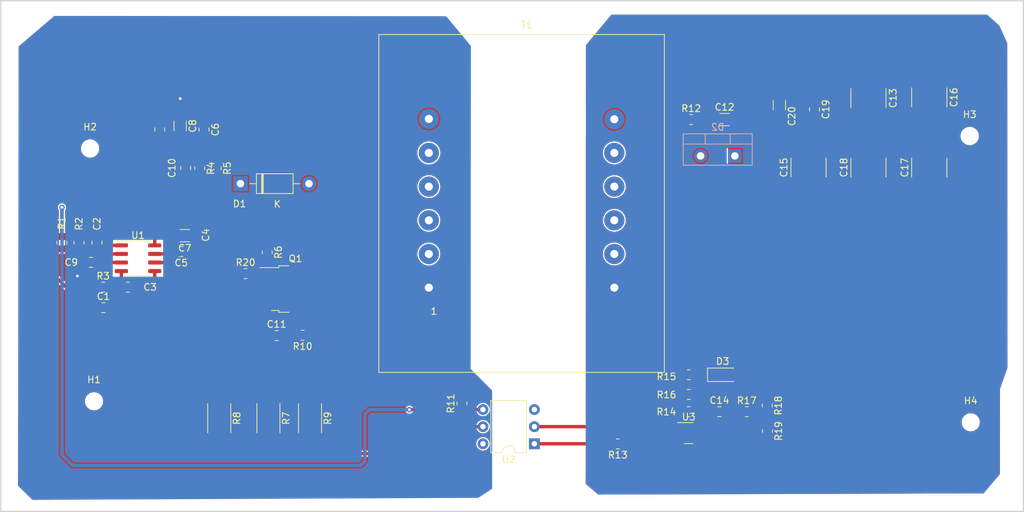
<source format=kicad_pcb>
(kicad_pcb (version 20211014) (generator pcbnew)
  (layers (0 "F.Cu" signal) (31 "B.Cu" signal) (34 "B.Paste" user) (35 "F.Paste" user) (36 "B.SilkS" user "B.Silkscreen") (37 "F.SilkS" user "F.Silkscreen") (38 "B.Mask" user) (39 "F.Mask" user) (44 "Edge.Cuts" user))
  (net 0 "")
  (net 1 "/Vref")
  (net 2 "GNDA")
  (net 3 "Net-(C2-Pad2)")
  (net 4 "Net-(C3-Pad1)")
  (net 5 "Net-(C9-Pad2)")
  (net 6 "Net-(C10-Pad2)")
  (net 7 "Net-(C11-Pad1)")
  (net 8 "Net-(C11-Pad2)")
  (net 9 "Net-(C12-Pad1)")
  (net 10 "/Vout")
  (net 11 "Net-(C14-Pad1)")
  (net 12 "Net-(C14-Pad2)")
  (net 13 "Net-(D1-Pad2)")
  (net 14 "Net-(D2-Pad2)")
  (net 15 "Net-(D3-Pad1)")
  (net 16 "Net-(Q1-Pad1)")
  (net 17 "/Vfb")
  (net 18 "Net-(R6-Pad1)")
  (net 19 "Net-(R13-Pad2)")
  (net 20 "Net-(R14-Pad1)")
  (net 21 "Net-(R17-Pad2)")
  (net 24 "Net-(C2-Pad1)")
  (net 25 "GND1")
  (net 26 "GND2")
  (net 27 "/Vin")
  (footprint "Capacitor_SMD:C_2220_5650Metric" (layer "F.Cu") (at 220.853 67.945 -90)
    (fp_text reference "C13" (at 0 -3.65 90) (layer "F.SilkS"))
    (fp_text value "10u")
    (fp_line (start -1.415748 -2.61) (end 1.415748 -2.61) (layer "F.SilkS") (width 0.12))
    (fp_line (start -1.415748 2.61) (end 1.415748 2.61) (layer "F.SilkS") (width 0.12))
    (pad "1" smd roundrect (at -2.55 0 270) (size 1.8 5.4) (layers "F.Cu" "F.Paste" "F.Mask") (roundrect_rratio 0.138889) (net 26 "GND2"))
    (pad "2" smd roundrect (at 2.55 0 270) (size 1.8 5.4) (layers "F.Cu" "F.Paste" "F.Mask") (roundrect_rratio 0.138889) (net 10 "/Vout"))
  )
  (footprint "Capacitor_SMD:C_1206_3216Metric" (layer "F.Cu") (at 199.517 71.12)
    (fp_text reference "C12" (at 0 -1.85) (layer "F.SilkS"))
    (fp_text value "470p")
    (fp_line (start -0.711252 0.91) (end 0.711252 0.91) (layer "F.SilkS") (width 0.12))
    (fp_line (start -0.711252 -0.91) (end 0.711252 -0.91) (layer "F.SilkS") (width 0.12))
    (pad "1" smd roundrect (at -1.475 0) (size 1.15 1.8) (layers "F.Cu" "F.Paste" "F.Mask") (roundrect_rratio 0.217391) (net 9 "Net-(C12-Pad1)"))
    (pad "2" smd roundrect (at 1.475 0) (size 1.15 1.8) (layers "F.Cu" "F.Paste" "F.Mask") (roundrect_rratio 0.217391) (net 10 "/Vout"))
  )
  (footprint "Capacitor_SMD:C_0805_2012Metric" (layer "F.Cu") (at 111.04725 95.993)
    (fp_text reference "C3" (at 3.28575 0) (layer "F.SilkS"))
    (fp_text value "2.2n")
    (fp_line (start -0.261252 -0.735) (end 0.261252 -0.735) (layer "F.SilkS") (width 0.12))
    (fp_line (start -0.261252 0.735) (end 0.261252 0.735) (layer "F.SilkS") (width 0.12))
    (pad "1" smd roundrect (at -0.95 0) (size 1 1.45) (layers "F.Cu" "F.Paste" "F.Mask") (net 4 "Net-(C3-Pad1)"))
    (pad "2" smd roundrect (at 0.95 0) (size 1 1.45) (layers "F.Cu" "F.Paste" "F.Mask") (net 25 "GND1"))
  )
  (footprint "MountingHole:MountingHole_2.2mm_M2" (layer "F.Cu") (at 105.4354 75.4126)
    (fp_text reference "H2" (at 0 -3.2) (layer "F.SilkS"))
    (fp_text value "MountingHole_Pad")
    (pad "" np_thru_hole circle (at 0 0) (size 2.2 2.2) (drill 2.2) (layers *.Cu *.Mask))
  )
  (footprint "Capacitor_SMD:C_1206_3216Metric" (layer "F.Cu") (at 118.7958 72.0598 -90)
    (fp_text reference "C8" (at 0 -1.85 90) (layer "F.SilkS"))
    (fp_text value "10n")
    (fp_line (start -0.711252 0.91) (end 0.711252 0.91) (layer "F.SilkS") (width 0.12))
    (fp_line (start -0.711252 -0.91) (end 0.711252 -0.91) (layer "F.SilkS") (width 0.12))
    (pad "1" smd roundrect (at -1.475 0 270) (size 1.15 1.8) (layers "F.Cu" "F.Paste" "F.Mask") (roundrect_rratio 0.217391) (net 25 "GND1"))
    (pad "2" smd roundrect (at 1.475 0 270) (size 1.15 1.8) (layers "F.Cu" "F.Paste" "F.Mask") (roundrect_rratio 0.217391) (net 27 "/Vin"))
  )
  (footprint "Resistor_SMD:R_0805_2012Metric" (layer "F.Cu") (at 131.699 90.804 -90)
    (fp_text reference "R6" (at 0 -1.65 90) (layer "F.SilkS"))
    (fp_text value "10")
    (fp_line (start -0.227064 -0.735) (end 0.227064 -0.735) (layer "F.SilkS") (width 0.12))
    (fp_line (start -0.227064 0.735) (end 0.227064 0.735) (layer "F.SilkS") (width 0.12))
    (pad "1" smd roundrect (at -0.9125 0 270) (size 1.025 1.4) (layers "F.Cu" "F.Paste" "F.Mask") (roundrect_rratio 0.243902) (net 18 "Net-(R6-Pad1)"))
    (pad "2" smd roundrect (at 0.9125 0 270) (size 1.025 1.4) (layers "F.Cu" "F.Paste" "F.Mask") (roundrect_rratio 0.243902) (net 16 "Net-(Q1-Pad1)"))
  )
  (footprint "Resistor_SMD:R_0805_2012Metric" (layer "F.Cu") (at 121.6914 78.3336 -90)
    (fp_text reference "R4" (at 0 -1.65 90) (layer "F.SilkS"))
    (fp_text value "1k")
    (fp_line (start -0.227064 -0.735) (end 0.227064 -0.735) (layer "F.SilkS") (width 0.12))
    (fp_line (start -0.227064 0.735) (end 0.227064 0.735) (layer "F.SilkS") (width 0.12))
    (pad "1" smd roundrect (at -0.9125 0 270) (size 1.025 1.4) (layers "F.Cu" "F.Paste" "F.Mask") (roundrect_rratio 0.243902) (net 27 "/Vin"))
    (pad "2" smd roundrect (at 0.9125 0 270) (size 1.025 1.4) (layers "F.Cu" "F.Paste" "F.Mask") (roundrect_rratio 0.243902) (net 6 "Net-(C10-Pad2)"))
  )
  (footprint "Capacitor_SMD:C_0805_2012Metric" (layer "F.Cu") (at 106.459 89.389 90)
    (fp_text reference "C2" (at 2.794 0 90) (layer "F.SilkS"))
    (fp_text value "100p")
    (fp_line (start -0.261252 -0.735) (end 0.261252 -0.735) (layer "F.SilkS") (width 0.12))
    (fp_line (start -0.261252 0.735) (end 0.261252 0.735) (layer "F.SilkS") (width 0.12))
    (pad "1" smd roundrect (at -0.95 0 90) (size 1 1.45) (layers "F.Cu" "F.Paste" "F.Mask") (net 24 "Net-(C2-Pad1)"))
    (pad "2" smd roundrect (at 0.95 0 90) (size 1 1.45) (layers "F.Cu" "F.Paste" "F.Mask") (net 3 "Net-(C2-Pad2)"))
  )
  (footprint "Resistor_SMD:R_0805_2012Metric" (layer "F.Cu") (at 124.1298 78.3336 -90)
    (fp_text reference "R5" (at 0 -1.65 90) (layer "F.SilkS"))
    (fp_text value "1k")
    (fp_line (start -0.227064 0.735) (end 0.227064 0.735) (layer "F.SilkS") (width 0.12))
    (fp_line (start -0.227064 -0.735) (end 0.227064 -0.735) (layer "F.SilkS") (width 0.12))
    (pad "1" smd roundrect (at -0.9125 0 270) (size 1.025 1.4) (layers "F.Cu" "F.Paste" "F.Mask") (roundrect_rratio 0.243902) (net 27 "/Vin"))
    (pad "2" smd roundrect (at 0.9125 0 270) (size 1.025 1.4) (layers "F.Cu" "F.Paste" "F.Mask") (roundrect_rratio 0.243902) (net 6 "Net-(C10-Pad2)"))
  )
  (footprint "Capacitor_SMD:C_0805_2012Metric" (layer "F.Cu") (at 118.9482 90.7034 180)
    (fp_text reference "C5" (at 0 -1.68) (layer "F.SilkS"))
    (fp_text value "100n")
    (fp_line (start -0.261252 0.735) (end 0.261252 0.735) (layer "F.SilkS") (width 0.12))
    (fp_line (start -0.261252 -0.735) (end 0.261252 -0.735) (layer "F.SilkS") (width 0.12))
    (pad "1" smd roundrect (at -0.95 0 180) (size 1 1.45) (layers "F.Cu" "F.Paste" "F.Mask") (net 25 "GND1"))
    (pad "2" smd roundrect (at 0.95 0 180) (size 1 1.45) (layers "F.Cu" "F.Paste" "F.Mask") (net 27 "/Vin"))
  )
  (footprint "Capacitor_SMD:C_0805_2012Metric" (layer "F.Cu") (at 115.7732 72.5932 -90)
    (fp_text reference "C4" (at 15.6528 -6.8148 90) (layer "F.SilkS"))
    (fp_text value "1u")
    (fp_line (start -0.261252 -0.735) (end 0.261252 -0.735) (layer "F.SilkS") (width 0.12))
    (fp_line (start -0.261252 0.735) (end 0.261252 0.735) (layer "F.SilkS") (width 0.12))
    (pad "1" smd roundrect (at -0.95 0 270) (size 1 1.45) (layers "F.Cu" "F.Paste" "F.Mask") (net 25 "GND1"))
    (pad "2" smd roundrect (at 0.95 0 270) (size 1 1.45) (layers "F.Cu" "F.Paste" "F.Mask") (net 27 "/Vin"))
  )
  (footprint "MountingHole:MountingHole_2.2mm_M2" (layer "F.Cu") (at 235.8644 73.5584)
    (fp_text reference "H3" (at 0 -3.2) (layer "F.SilkS"))
    (fp_text value "MountingHole_Pad")
    (pad "" np_thru_hole circle (at 0 0) (size 2.2 2.2) (drill 2.2) (layers *.Cu *.Mask))
  )
  (footprint "Capacitor_SMD:C_1206_3216Metric" (layer "F.Cu") (at 119.4816 88.3412 180)
    (fp_text reference "C7" (at 0 -1.85) (layer "F.SilkS"))
    (fp_text value "10n")
    (fp_line (start -0.711252 0.91) (end 0.711252 0.91) (layer "F.SilkS") (width 0.12))
    (fp_line (start -0.711252 -0.91) (end 0.711252 -0.91) (layer "F.SilkS") (width 0.12))
    (pad "1" smd roundrect (at -1.475 0 180) (size 1.15 1.8) (layers "F.Cu" "F.Paste" "F.Mask") (roundrect_rratio 0.217391) (net 25 "GND1"))
    (pad "2" smd roundrect (at 1.475 0 180) (size 1.15 1.8) (layers "F.Cu" "F.Paste" "F.Mask") (roundrect_rratio 0.217391) (net 27 "/Vin"))
  )
  (footprint "Capacitor_SMD:C_0805_2012Metric" (layer "F.Cu") (at 212.852 69.596 -90)
    (fp_text reference "C19" (at 0 -1.68 90) (layer "F.SilkS"))
    (fp_text value "100n")
    (fp_line (start -0.261252 -0.735) (end 0.261252 -0.735) (layer "F.SilkS") (width 0.12))
    (fp_line (start -0.261252 0.735) (end 0.261252 0.735) (layer "F.SilkS") (width 0.12))
    (pad "1" smd roundrect (at -0.95 0 270) (size 1 1.45) (layers "F.Cu" "F.Paste" "F.Mask") (net 26 "GND2"))
    (pad "2" smd roundrect (at 0.95 0 270) (size 1 1.45) (layers "F.Cu" "F.Paste" "F.Mask") (net 10 "/Vout"))
  )
  (footprint "Capacitor_SMD:C_0805_2012Metric" (layer "F.Cu") (at 119.6086 78.3082 -90)
    (fp_text reference "C10" (at 0 2.032 90) (layer "F.SilkS"))
    (fp_text value "220n")
    (fp_line (start -0.261252 0.735) (end 0.261252 0.735) (layer "F.SilkS") (width 0.12))
    (fp_line (start -0.261252 -0.735) (end 0.261252 -0.735) (layer "F.SilkS") (width 0.12))
    (pad "1" smd roundrect (at -0.95 0 270) (size 1 1.45) (layers "F.Cu" "F.Paste" "F.Mask") (net 27 "/Vin"))
    (pad "2" smd roundrect (at 0.95 0 270) (size 1 1.45) (layers "F.Cu" "F.Paste" "F.Mask") (net 6 "Net-(C10-Pad2)"))
  )
  (footprint "Resistor_SMD:R_0805_2012Metric" (layer "F.Cu") (at 194.2084 111.9124 180)
    (fp_text reference "R16" (at 3.302 -0.0508) (layer "F.SilkS"))
    (fp_text value "1k")
    (fp_line (start -0.227064 -0.735) (end 0.227064 -0.735) (layer "F.SilkS") (width 0.12))
    (fp_line (start -0.227064 0.735) (end 0.227064 0.735) (layer "F.SilkS") (width 0.12))
    (pad "1" smd roundrect (at -0.9125 0 180) (size 1.025 1.4) (layers "F.Cu" "F.Paste" "F.Mask") (roundrect_rratio 0.243902) (net 15 "Net-(D3-Pad1)"))
    (pad "2" smd roundrect (at 0.9125 0 180) (size 1.025 1.4) (layers "F.Cu" "F.Paste" "F.Mask") (roundrect_rratio 0.243902) (net 20 "Net-(R14-Pad1)"))
  )
  (footprint "MountingHole:MountingHole_2.2mm_M2" (layer "F.Cu") (at 236.0168 116.0526)
    (fp_text reference "H4" (at 0 -3.2) (layer "F.SilkS"))
    (fp_text value "MountingHole_Pad")
    (pad "" np_thru_hole circle (at 0 0) (size 2.2 2.2) (drill 2.2) (layers *.Cu *.Mask))
  )
  (footprint "Package_SO:SOIC-8_3.9x4.9mm_P1.27mm" (layer "F.Cu") (at 112.5474 91.694)
    (fp_text reference "U1" (at 0 -3.4) (layer "F.SilkS"))
    (fp_text value "UC3843_SOIC8")
    (fp_line (start 0 -2.56) (end -3.45 -2.56) (layer "F.SilkS") (width 0.12))
    (fp_line (start 0 2.56) (end 1.95 2.56) (layer "F.SilkS") (width 0.12))
    (fp_line (start 0 2.56) (end -1.95 2.56) (layer "F.SilkS") (width 0.12))
    (fp_line (start 0 -2.56) (end 1.95 -2.56) (layer "F.SilkS") (width 0.12))
    (pad "1" smd roundrect (at -2.475 -1.905) (size 1.95 0.6) (layers "F.Cu" "F.Paste" "F.Mask") (net 3 "Net-(C2-Pad2)"))
    (pad "2" smd roundrect (at -2.475 -0.635) (size 1.95 0.6) (layers "F.Cu" "F.Paste" "F.Mask") (net 24 "Net-(C2-Pad1)"))
    (pad "3" smd roundrect (at -2.475 0.635) (size 1.95 0.6) (layers "F.Cu" "F.Paste" "F.Mask") (net 5 "Net-(C9-Pad2)"))
    (pad "4" smd roundrect (at -2.475 1.905) (size 1.95 0.6) (layers "F.Cu" "F.Paste" "F.Mask") (net 4 "Net-(C3-Pad1)"))
    (pad "5" smd roundrect (at 2.475 1.905) (size 1.95 0.6) (layers "F.Cu" "F.Paste" "F.Mask") (net 25 "GND1"))
    (pad "6" smd roundrect (at 2.475 0.635) (size 1.95 0.6) (layers "F.Cu" "F.Paste" "F.Mask") (net 18 "Net-(R6-Pad1)"))
    (pad "7" smd roundrect (at 2.475 -0.635) (size 1.95 0.6) (layers "F.Cu" "F.Paste" "F.Mask") (net 27 "/Vin"))
    (pad "8" smd roundrect (at 2.475 -1.905) (size 1.95 0.6) (layers "F.Cu" "F.Paste" "F.Mask") (net 1 "/Vref"))
  )
  (footprint "Resistor_SMD:R_0805_2012Metric" (layer "F.Cu") (at 136.9466 103.124 180)
    (fp_text reference "R10" (at 0 -1.65) (layer "F.SilkS"))
    (fp_text value "47")
    (fp_line (start -0.227064 -0.735) (end 0.227064 -0.735) (layer "F.SilkS") (width 0.12))
    (fp_line (start -0.227064 0.735) (end 0.227064 0.735) (layer "F.SilkS") (width 0.12))
    (pad "1" smd roundrect (at -0.9125 0 180) (size 1.025 1.4) (layers "F.Cu" "F.Paste" "F.Mask") (roundrect_rratio 0.243902) (net 13 "Net-(D1-Pad2)"))
    (pad "2" smd roundrect (at 0.9125 0 180) (size 1.025 1.4) (layers "F.Cu" "F.Paste" "F.Mask") (roundrect_rratio 0.243902) (net 8 "Net-(C11-Pad2)"))
  )
  (footprint "Resistor_SMD:R_0805_2012Metric" (layer "F.Cu") (at 101.252 89.389 -90)
    (fp_text reference "R1" (at -2.921 0 90) (layer "F.SilkS"))
    (fp_text value "4.7k")
    (fp_line (start -0.227064 0.735) (end 0.227064 0.735) (layer "F.SilkS") (width 0.12))
    (fp_line (start -0.227064 -0.735) (end 0.227064 -0.735) (layer "F.SilkS") (width 0.12))
    (pad "1" smd roundrect (at -0.9125 0 270) (size 1.025 1.4) (layers "F.Cu" "F.Paste" "F.Mask") (roundrect_rratio 0.243902) (net 17 "/Vfb"))
    (pad "2" smd roundrect (at 0.9125 0 270) (size 1.025 1.4) (layers "F.Cu" "F.Paste" "F.Mask") (roundrect_rratio 0.243902) (net 24 "Net-(C2-Pad1)"))
  )
  (footprint "Resistor_SMD:R_0805_2012Metric" (layer "F.Cu") (at 205.867 117.348 -90)
    (fp_text reference "R19" (at 0 -1.65 90) (layer "F.SilkS"))
    (fp_text value "10k")
    (fp_line (start -0.227064 -0.735) (end 0.227064 -0.735) (layer "F.SilkS") (width 0.12))
    (fp_line (start -0.227064 0.735) (end 0.227064 0.735) (layer "F.SilkS") (width 0.12))
    (pad "1" smd roundrect (at -0.9125 0 270) (size 1.025 1.4) (layers "F.Cu" "F.Paste" "F.Mask") (roundrect_rratio 0.243902) (net 21 "Net-(R17-Pad2)"))
    (pad "2" smd roundrect (at 0.9125 0 270) (size 1.025 1.4) (layers "F.Cu" "F.Paste" "F.Mask") (roundrect_rratio 0.243902) (net 26 "GND2"))
  )
  (footprint "Capacitor_SMD:C_2220_5650Metric" (layer "F.Cu") (at 211.963 78.232 90)
    (fp_text reference "C15" (at 0 -3.65 90) (layer "F.SilkS"))
    (fp_text value "10u")
    (fp_line (start -1.415748 -2.61) (end 1.415748 -2.61) (layer "F.SilkS") (width 0.12))
    (fp_line (start -1.415748 2.61) (end 1.415748 2.61) (layer "F.SilkS") (width 0.12))
    (pad "1" smd roundrect (at -2.55 0 90) (size 1.8 5.4) (layers "F.Cu" "F.Paste" "F.Mask") (roundrect_rratio 0.138889) (net 26 "GND2"))
    (pad "2" smd roundrect (at 2.55 0 90) (size 1.8 5.4) (layers "F.Cu" "F.Paste" "F.Mask") (roundrect_rratio 0.138889) (net 10 "/Vout"))
  )
  (footprint "Resistor_SMD:R_0805_2012Metric" (layer "F.Cu") (at 183.6909 119.253 180)
    (fp_text reference "R13" (at 0 -1.65) (layer "F.SilkS"))
    (fp_text value "22k")
    (fp_line (start -0.227064 -0.735) (end 0.227064 -0.735) (layer "F.SilkS") (width 0.12))
    (fp_line (start -0.227064 0.735) (end 0.227064 0.735) (layer "F.SilkS") (width 0.12))
    (pad "1" smd roundrect (at -0.9125 0 180) (size 1.025 1.4) (layers "F.Cu" "F.Paste" "F.Mask") (roundrect_rratio 0.243902) (net 10 "/Vout"))
    (pad "2" smd roundrect (at 0.9125 0 180) (size 1.025 1.4) (layers "F.Cu" "F.Paste" "F.Mask") (roundrect_rratio 0.243902) (net 19 "Net-(R13-Pad2)"))
  )
  (footprint "Resistor_SMD:R_2512_6332Metric" (layer "F.Cu") (at 138.049 115.443 -90)
    (fp_text reference "R9" (at 0 -2.62 90) (layer "F.SilkS"))
    (fp_text value "150m")
    (fp_line (start -2.177064 1.71) (end 2.177064 1.71) (layer "F.SilkS") (width 0.12))
    (fp_line (start -2.177064 -1.71) (end 2.177064 -1.71) (layer "F.SilkS") (width 0.12))
    (pad "1" smd roundrect (at -2.9625 0 270) (size 1.225 3.35) (layers "F.Cu" "F.Paste" "F.Mask") (roundrect_rratio 0.204082) (net 7 "Net-(C11-Pad1)"))
    (pad "2" smd roundrect (at 2.9625 0 270) (size 1.225 3.35) (layers "F.Cu" "F.Paste" "F.Mask") (roundrect_rratio 0.204082) (net 25 "GND1"))
  )
  (footprint "Diode_SMD:D_SOD-123" (layer "F.Cu") (at 199.2376 108.9914)
    (fp_text reference "D3" (at 0 -2) (layer "F.SilkS"))
    (fp_text value "MMSZ4713")
    (fp_line (start -2.25 -1) (end 1.65 -1) (layer "F.SilkS") (width 0.12))
    (fp_line (start -2.25 1) (end 1.65 1) (layer "F.SilkS") (width 0.12))
    (fp_line (start -2.25 -1) (end -2.25 1) (layer "F.SilkS") (width 0.12))
    (pad "1" smd rect (at -1.65 0) (size 0.9 1.2) (layers "F.Cu" "F.Paste" "F.Mask") (net 15 "Net-(D3-Pad1)"))
    (pad "2" smd rect (at 1.65 0) (size 0.9 1.2) (layers "F.Cu" "F.Paste" "F.Mask") (net 26 "GND2"))
  )
  (footprint "Resistor_SMD:R_0805_2012Metric" (layer "F.Cu") (at 160.5788 113.2586 90)
    (fp_text reference "R11" (at 0 -1.65 90) (layer "F.SilkS"))
    (fp_text value "10k")
    (fp_line (start -0.227064 -0.735) (end 0.227064 -0.735) (layer "F.SilkS") (width 0.12))
    (fp_line (start -0.227064 0.735) (end 0.227064 0.735) (layer "F.SilkS") (width 0.12))
    (pad "1" smd roundrect (at -0.9125 0 90) (size 1.025 1.4) (layers "F.Cu" "F.Paste" "F.Mask") (roundrect_rratio 0.243902) (net 17 "/Vfb"))
    (pad "2" smd roundrect (at 0.9125 0 90) (size 1.025 1.4) (layers "F.Cu" "F.Paste" "F.Mask") (roundrect_rratio 0.243902) (net 2 "GNDA"))
  )
  (footprint "Package_DIP:DIP-6_W7.62mm" (layer "F.Cu") (at 171.313 119.238 180)
    (fp_text reference "U2" (at 3.81 -2.33) (layer "F.SilkS"))
    (fp_text value "4N25")
    (fp_line (start 2.81 -1.33) (end 1.16 -1.33) (layer "F.SilkS") (width 0.12))
    (fp_line (start 1.16 6.41) (end 6.46 6.41) (layer "F.SilkS") (width 0.12))
    (fp_line (start 6.46 -1.33) (end 4.81 -1.33) (layer "F.SilkS") (width 0.12))
    (fp_line (start 6.46 6.41) (end 6.46 -1.33) (layer "F.SilkS") (width 0.12))
    (fp_line (start 1.16 -1.33) (end 1.16 6.41) (layer "F.SilkS") (width 0.12))
    (fp_arc (start 4.81 -1.33) (mid 3.81 -0.33) (end 2.81 -1.33) (layer "F.SilkS") (width 0.12))
    (pad "1" thru_hole rect (at 0 0 180) (size 1.6 1.6) (drill 0.8) (layers *.Cu *.Mask) (net 19 "Net-(R13-Pad2)"))
    (pad "2" thru_hole oval (at 0 2.54 180) (size 1.6 1.6) (drill 0.8) (layers *.Cu *.Mask) (net 20 "Net-(R14-Pad1)"))
    (pad "3" thru_hole oval (at 0 5.08 180) (size 1.6 1.6) (drill 0.8) (layers *.Cu *.Mask))
    (pad "4" thru_hole oval (at 7.62 5.08 180) (size 1.6 1.6) (drill 0.8) (layers *.Cu *.Mask) (net 17 "/Vfb"))
    (pad "5" thru_hole oval (at 7.62 2.54 180) (size 1.6 1.6) (drill 0.8) (layers *.Cu *.Mask) (net 1 "/Vref"))
    (pad "6" thru_hole oval (at 7.62 0 180) (size 1.6 1.6) (drill 0.8) (layers *.Cu *.Mask))
  )
  (footprint "Resistor_SMD:R_0805_2012Metric" (layer "F.Cu") (at 128.489 93.979)
    (fp_text reference "R20" (at 0 -1.65) (layer "F.SilkS"))
    (fp_text value "10k")
    (fp_line (start -0.227064 -0.735) (end 0.227064 -0.735) (layer "F.SilkS") (width 0.12))
    (fp_line (start -0.227064 0.735) (end 0.227064 0.735) (layer "F.SilkS") (width 0.12))
    (pad "1" smd roundrect (at -0.9125 0) (size 1.025 1.4) (layers "F.Cu" "F.Paste" "F.Mask") (roundrect_rratio 0.243902) (net 25 "GND1"))
    (pad "2" smd roundrect (at 0.9125 0) (size 1.025 1.4) (layers "F.Cu" "F.Paste" "F.Mask") (roundrect_rratio 0.243902) (net 16 "Net-(Q1-Pad1)"))
  )
  (footprint "Diode_THT:D_DO-41_SOD81_P10.16mm_Horizontal" (layer "F.Cu") (at 127.733 80.626)
    (fp_text reference "D1" (at -0.127 2.991) (layer "F.SilkS"))
    (fp_text value "1N4002")
    (fp_text user "K" (at 5.461 3.048) (layer "F.SilkS"))
    (fp_line (start 2.36 1.47) (end 7.8 1.47) (layer "F.SilkS") (width 0.12))
    (fp_line (start 2.36 -1.47) (end 2.36 1.47) (layer "F.SilkS") (width 0.12))
    (fp_line (start 7.8 -1.47) (end 2.36 -1.47) (layer "F.SilkS") (width 0.12))
    (fp_line (start 1.34 0) (end 2.36 0) (layer "F.SilkS") (width 0.12))
    (fp_line (start 3.14 -1.47) (end 3.14 1.47) (layer "F.SilkS") (width 0.12))
    (fp_line (start 8.82 0) (end 7.8 0) (layer "F.SilkS") (width 0.12))
    (fp_line (start 7.8 1.47) (end 7.8 -1.47) (layer "F.SilkS") (width 0.12))
    (fp_line (start 3.38 -1.47) (end 3.38 1.47) (layer "F.SilkS") (width 0.12))
    (fp_line (start 3.26 -1.47) (end 3.26 1.47) (layer "F.SilkS") (width 0.12))
    (pad "1" thru_hole rect (at 0 0) (size 2.2 2.2) (drill 1.1) (layers *.Cu *.Mask) (net 6 "Net-(C10-Pad2)"))
    (pad "2" thru_hole oval (at 10.16 0) (size 2.2 2.2) (drill 1.1) (layers *.Cu *.Mask) (net 13 "Net-(D1-Pad2)"))
  )
  (footprint "Capacitor_SMD:C_1206_3216Metric" (layer "F.Cu") (at 207.645 68.961 -90)
    (fp_text reference "C20" (at 1.651 -1.85 90) (layer "F.SilkS"))
    (fp_text value "10n")
    (fp_line (start -0.711252 0.91) (end 0.711252 0.91) (layer "F.SilkS") (width 0.12))
    (fp_line (start -0.711252 -0.91) (end 0.711252 -0.91) (layer "F.SilkS") (width 0.12))
    (pad "1" smd roundrect (at -1.475 0 270) (size 1.15 1.8) (layers "F.Cu" "F.Paste" "F.Mask") (roundrect_rratio 0.217391) (net 26 "GND2"))
    (pad "2" smd roundrect (at 1.475 0 270) (size 1.15 1.8) (layers "F.Cu" "F.Paste" "F.Mask") (roundrect_rratio 0.217391) (net 10 "/Vout"))
  )
  (footprint "Resistor_SMD:R_0805_2012Metric" (layer "F.Cu") (at 194.2084 108.9914)
    (fp_text reference "R15" (at -3.302 0.2794) (layer "F.SilkS"))
    (fp_text value "22k")
    (fp_line (start -0.227064 -0.735) (end 0.227064 -0.735) (layer "F.SilkS") (width 0.12))
    (fp_line (start -0.227064 0.735) (end 0.227064 0.735) (layer "F.SilkS") (width 0.12))
    (pad "1" smd roundrect (at -0.9125 0) (size 1.025 1.4) (layers "F.Cu" "F.Paste" "F.Mask") (roundrect_rratio 0.243902) (net 10 "/Vout"))
    (pad "2" smd roundrect (at 0.9125 0) (size 1.025 1.4) (layers "F.Cu" "F.Paste" "F.Mask") (roundrect_rratio 0.243902) (net 15 "Net-(D3-Pad1)"))
  )
  (footprint "MountingHole:MountingHole_2.2mm_M2" (layer "F.Cu") (at 106.0196 112.9284)
    (fp_text reference "H1" (at 0 -3.2) (layer "F.SilkS"))
    (fp_text value "MountingHole_Pad")
    (pad "" np_thru_hole circle (at 0 0) (size 2.2 2.2) (drill 2.2) (layers *.Cu *.Mask))
  )
  (footprint "Package_TO_SOT_SMD:SOT-23" (layer "F.Cu") (at 194.2065 117.6528)
    (fp_text reference "U3" (at 0 -2.4) (layer "F.SilkS"))
    (fp_text value "TL431DBZ")
    (fp_line (start 0 -1.56) (end -1.675 -1.56) (layer "F.SilkS") (width 0.12))
    (fp_line (start 0 -1.56) (end 0.65 -1.56) (layer "F.SilkS") (width 0.12))
    (fp_line (start 0 1.56) (end -0.65 1.56) (layer "F.SilkS") (width 0.12))
    (fp_line (start 0 1.56) (end 0.65 1.56) (layer "F.SilkS") (width 0.12))
    (pad "1" smd roundrect (at -0.9375 -0.95) (size 1.475 0.6) (layers "F.Cu" "F.Paste" "F.Mask") (net 20 "Net-(R14-Pad1)"))
    (pad "2" smd roundrect (at -0.9375 0.95) (size 1.475 0.6) (layers "F.Cu" "F.Paste" "F.Mask") (net 12 "Net-(C14-Pad2)"))
    (pad "3" smd roundrect (at 0.9375 0) (size 1.475 0.6) (layers "F.Cu" "F.Paste" "F.Mask") (net 26 "GND2"))
  )
  (footprint "Capacitor_SMD:C_0805_2012Metric" (layer "F.Cu") (at 198.755 114.4778)
    (fp_text reference "C14" (at 0 -1.68) (layer "F.SilkS"))
    (fp_text value "1n")
    (fp_line (start -0.261252 -0.735) (end 0.261252 -0.735) (layer "F.SilkS") (width 0.12))
    (fp_line (start -0.261252 0.735) (end 0.261252 0.735) (layer "F.SilkS") (width 0.12))
    (pad "1" smd roundrect (at -0.95 0) (size 1 1.45) (layers "F.Cu" "F.Paste" "F.Mask") (net 11 "Net-(C14-Pad1)"))
    (pad "2" smd roundrect (at 0.95 0) (size 1 1.45) (layers "F.Cu" "F.Paste" "F.Mask") (net 12 "Net-(C14-Pad2)"))
  )
  (footprint "Resistor_SMD:R_0805_2012Metric" (layer "F.Cu") (at 194.564 71.12)
    (fp_text reference "R12" (at 0 -1.65) (layer "F.SilkS"))
    (fp_text value "100")
    (fp_line (start -0.227064 0.735) (end 0.227064 0.735) (layer "F.SilkS") (width 0.12))
    (fp_line (start -0.227064 -0.735) (end 0.227064 -0.735) (layer "F.SilkS") (width 0.12))
    (pad "1" smd roundrect (at -0.9125 0) (size 1.025 1.4) (layers "F.Cu" "F.Paste" "F.Mask") (roundrect_rratio 0.243902) (net 14 "Net-(D2-Pad2)"))
    (pad "2" smd roundrect (at 0.9125 0) (size 1.025 1.4) (layers "F.Cu" "F.Paste" "F.Mask") (roundrect_rratio 0.243902) (net 9 "Net-(C12-Pad1)"))
  )
  (footprint "Resistor_SMD:R_2512_6332Metric" (layer "F.Cu") (at 124.587 115.443 -90)
    (fp_text reference "R8" (at 0 -2.62 90) (layer "F.SilkS"))
    (fp_text value "150m")
    (fp_line (start -2.177064 1.71) (end 2.177064 1.71) (layer "F.SilkS") (width 0.12))
    (fp_line (start -2.177064 -1.71) (end 2.177064 -1.71) (layer "F.SilkS") (width 0.12))
    (pad "1" smd roundrect (at -2.9625 0 270) (size 1.225 3.35) (layers "F.Cu" "F.Paste" "F.Mask") (roundrect_rratio 0.204082) (net 7 "Net-(C11-Pad1)"))
    (pad "2" smd roundrect (at 2.9625 0 270) (size 1.225 3.35) (layers "F.Cu" "F.Paste" "F.Mask") (roundrect_rratio 0.204082) (net 25 "GND1"))
  )
  (footprint "Package_TO_SOT_SMD:TO-252-2" (layer "F.Cu") (at 135.89 96.266)
    (fp_text reference "Q1" (at 0 -4.5) (layer "F.SilkS"))
    (fp_text value "IRFR3410TRLPBF")
    (fp_line (start -2.47 3.18) (end -3.57 3.18) (layer "F.SilkS") (width 0.12))
    (fp_line (start -2.47 -3.45) (end -2.47 -3.18) (layer "F.SilkS") (width 0.12))
    (fp_line (start -2.47 3.45) (end -2.47 3.18) (layer "F.SilkS") (width 0.12))
    (fp_line (start -0.97 3.45) (end -2.47 3.45) (layer "F.SilkS") (width 0.12))
    (fp_line (start -2.47 -3.18) (end -5.3 -3.18) (layer "F.SilkS") (width 0.12))
    (fp_line (start -0.97 -3.45) (end -2.47 -3.45) (layer "F.SilkS") (width 0.12))
    (pad "1" smd rect (at -4.2 -2.28) (size 2.2 1.2) (layers "F.Cu" "F.Paste" "F.Mask") (net 16 "Net-(Q1-Pad1)"))
    (pad "2" smd rect (at 2.1 0) (size 6.4 5.8) (layers "F.Cu" "F.Mask") (net 13 "Net-(D1-Pad2)"))
    (pad "3" smd rect (at -4.2 2.28) (size 2.2 1.2) (layers "F.Cu" "F.Paste" "F.Mask") (net 7 "Net-(C11-Pad1)"))
  )
  (footprint "Capacitor_SMD:C_0805_2012Metric" (layer "F.Cu") (at 122.3264 72.5932 -90)
    (fp_text reference "C6" (at 0 -1.68 90) (layer "F.SilkS"))
    (fp_text value "100n")
    (fp_line (start -0.261252 -0.735) (end 0.261252 -0.735) (layer "F.SilkS") (width 0.12))
    (fp_line (start -0.261252 0.735) (end 0.261252 0.735) (layer "F.SilkS") (width 0.12))
    (pad "1" smd roundrect (at -0.95 0 270) (size 1 1.45) (layers "F.Cu" "F.Paste" "F.Mask") (net 25 "GND1"))
    (pad "2" smd roundrect (at 0.95 0 270) (size 1 1.45) (layers "F.Cu" "F.Paste" "F.Mask") (net 27 "/Vin"))
  )
  (footprint "Resistor_SMD:R_0805_2012Metric" (layer "F.Cu") (at 202.819 114.4778)
    (fp_text reference "R17" (at 0 -1.65) (layer "F.SilkS"))
    (fp_text value "10k")
    (fp_line (start -0.227064 0.735) (end 0.227064 0.735) (layer "F.SilkS") (width 0.12))
    (fp_line (start -0.227064 -0.735) (end 0.227064 -0.735) (layer "F.SilkS") (width 0.12))
    (pad "1" smd roundrect (at -0.9125 0) (size 1.025 1.4) (layers "F.Cu" "F.Paste" "F.Mask") (roundrect_rratio 0.243902) (net 12 "Net-(C14-Pad2)"))
    (pad "2" smd roundrect (at 0.9125 0) (size 1.025 1.4) (layers "F.Cu" "F.Paste" "F.Mask") (roundrect_rratio 0.243902) (net 21 "Net-(R17-Pad2)"))
  )
  (footprint "Resistor_SMD:R_0805_2012Metric" (layer "F.Cu") (at 205.8416 113.5634 -90)
    (fp_text reference "R18" (at 0 -1.65 90) (layer "F.SilkS"))
    (fp_text value "182k")
    (fp_line (start -0.227064 0.735) (end 0.227064 0.735) (layer "F.SilkS") (width 0.12))
    (fp_line (start -0.227064 -0.735) (end 0.227064 -0.735) (layer "F.SilkS") (width 0.12))
    (pad "1" smd roundrect (at -0.9125 0 270) (size 1.025 1.4) (layers "F.Cu" "F.Paste" "F.Mask") (roundrect_rratio 0.243902) (net 10 "/Vout"))
    (pad "2" smd roundrect (at 0.9125 0 270) (size 1.025 1.4) (layers "F.Cu" "F.Paste" "F.Mask") (roundrect_rratio 0.243902) (net 21 "Net-(R17-Pad2)"))
  )
  (footprint "Capacitor_SMD:C_2220_5650Metric" (layer "F.Cu") (at 229.87 78.232 90)
    (fp_text reference "C17" (at 0 -3.65 90) (layer "F.SilkS"))
    (fp_text value "10u")
    (fp_line (start -1.415748 -2.61) (end 1.415748 -2.61) (layer "F.SilkS") (width 0.12))
    (fp_line (start -1.415748 2.61) (end 1.415748 2.61) (layer "F.SilkS") (width 0.12))
    (pad "1" smd roundrect (at -2.55 0 90) (size 1.8 5.4) (layers "F.Cu" "F.Paste" "F.Mask") (roundrect_rratio 0.138889) (net 26 "GND2"))
    (pad "2" smd roundrect (at 2.55 0 90) (size 1.8 5.4) (layers "F.Cu" "F.Paste" "F.Mask") (roundrect_rratio 0.138889) (net 10 "/Vout"))
  )
  (footprint "Capacitor_SMD:C_0805_2012Metric" (layer "F.Cu") (at 133.096 103.1748)
    (fp_text reference "C11" (at 0 -1.68) (layer "F.SilkS"))
    (fp_text value "4.7n")
    (fp_line (start -0.261252 -0.735) (end 0.261252 -0.735) (layer "F.SilkS") (width 0.12))
    (fp_line (start -0.261252 0.735) (end 0.261252 0.735) (layer "F.SilkS") (width 0.12))
    (pad "1" smd roundrect (at -0.95 0) (size 1 1.45) (layers "F.Cu" "F.Paste" "F.Mask") (net 7 "Net-(C11-Pad1)"))
    (pad "2" smd roundrect (at 0.95 0) (size 1 1.45) (layers "F.Cu" "F.Paste" "F.Mask") (net 8 "Net-(C11-Pad2)"))
  )
  (footprint "Resistor_SMD:R_0805_2012Metric" (layer "F.Cu") (at 107.36425 95.993)
    (fp_text reference "R3" (at 0 -1.65) (layer "F.SilkS"))
    (fp_text value "12k")
    (fp_line (start -0.227064 0.735) (end 0.227064 0.735) (layer "F.SilkS") (width 0.12))
    (fp_line (start -0.227064 -0.735) (end 0.227064 -0.735) (layer "F.SilkS") (width 0.12))
    (pad "1" smd roundrect (at -0.9125 0) (size 1.025 1.4) (layers "F.Cu" "F.Paste" "F.Mask") (roundrect_rratio 0.243902) (net 1 "/Vref"))
    (pad "2" smd roundrect (at 0.9125 0) (size 1.025 1.4) (layers "F.Cu" "F.Paste" "F.Mask") (roundrect_rratio 0.243902) (net 4 "Net-(C3-Pad1)"))
  )
  (footprint "Capacitor_SMD:C_0805_2012Metric" (layer "F.Cu") (at 105.57 92.31)
    (fp_text reference "C9" (at -2.921 0) (layer "F.SilkS"))
    (fp_text value "0.47n")
    (fp_line (start -0.261252 -0.735) (end 0.261252 -0.735) (layer "F.SilkS") (width 0.12))
    (fp_line (start -0.261252 0.735) (end 0.261252 0.735) (layer "F.SilkS") (width 0.12))
    (pad "1" smd roundrect (at -0.95 0) (size 1 1.45) (layers "F.Cu" "F.Paste" "F.Mask") (net 25 "GND1"))
    (pad "2" smd roundrect (at 0.95 0) (size 1 1.45) (layers "F.Cu" "F.Paste" "F.Mask") (net 5 "Net-(C9-Pad2)"))
  )
  (footprint "Transformer_THT:Transformer_CHK_EI48-8VA_Neutral" (layer "F.Cu") (at 155.668 96.066)
    (fp_text reference "T1" (at 14.5 -39) (layer "F.SilkS"))
    (fp_text value "Transformer_1P_1S")
    (fp_text user "1" (at 0.75 3.5) (layer "F.SilkS"))
    (fp_line (start 34.92 12.57) (end -7.42 12.57) (layer "F.SilkS") (width 0.12))
    (fp_line (start -7.42 -37.57) (end 34.92 -37.57) (layer "F.SilkS") (width 0.12))
    (fp_line (start -7.42 -37.57) (end -7.42 12.57) (layer "F.SilkS") (width 0.12))
    (fp_line (start 34.92 12.57) (end 34.92 -37.57) (layer "F.SilkS") (width 0.12))
    (pad "1" thru_hole circle (at 0 0) (size 3 3) (drill 1.2) (layers *.Cu *.Mask) (net 13 "Net-(D1-Pad2)"))
    (pad "2" thru_hole circle (at 0 -5) (size 3 3) (drill 1.2) (layers *.Cu *.Mask))
    (pad "3" thru_hole circle (at 0 -10) (size 3 3) (drill 1.2) (layers *.Cu *.Mask))
    (pad "4" thru_hole circle (at 0 -15) (size 3 3) (drill 1.2) (layers *.Cu *.Mask))
    (pad "5" thru_hole circle (at 0 -20) (size 3 3) (drill 1.2) (layers *.Cu *.Mask))
    (pad "6" thru_hole circle (at 0 -25.05) (size 3 3) (drill 1.2) (layers *.Cu *.Mask) (net 27 "/Vin"))
    (pad "7" thru_hole circle (at 27.5 -25) (size 3 3) (drill 1.2) (layers *.Cu *.Mask) (net 14 "Net-(D2-Pad2)"))
    (pad "8" thru_hole circle (at 27.5 -20) (size 3 3) (drill 1.2) (layers *.Cu *.Mask))
    (pad "9" thru_hole circle (at 27.5 -15) (size 3 3) (drill 1.2) (layers *.Cu *.Mask))
    (pad "10" thru_hole circle (at 27.5 -10) (size 3 3) (drill 1.2) (layers *.Cu *.Mask))
    (pad "11" thru_hole circle (at 27.5 -5) (size 3 3) (drill 1.2) (layers *.Cu *.Mask))
    (pad "12" thru_hole circle (at 27.5 0) (size 3 3) (drill 1.2) (layers *.Cu *.Mask) (net 26 "GND2"))
  )
  (footprint "Capacitor_SMD:C_2220_5650Metric" (layer "F.Cu") (at 229.87 67.818 -90)
    (fp_text reference "C16" (at 0 -3.65 90) (layer "F.SilkS"))
    (fp_text value "10u")
    (fp_line (start -1.415748 2.61) (end 1.415748 2.61) (layer "F.SilkS") (width 0.12))
    (fp_line (start -1.415748 -2.61) (end 1.415748 -2.61) (layer "F.SilkS") (width 0.12))
    (pad "1" smd roundrect (at -2.55 0 270) (size 1.8 5.4) (layers "F.Cu" "F.Paste" "F.Mask") (roundrect_rratio 0.138889) (net 26 "GND2"))
    (pad "2" smd roundrect (at 2.55 0 270) (size 1.8 5.4) (layers "F.Cu" "F.Paste" "F.Mask") (roundrect_rratio 0.138889) (net 10 "/Vout"))
  )
  (footprint "Resistor_SMD:R_0805_2012Metric" (layer "F.Cu") (at 103.792 89.389 90)
    (fp_text reference "R2" (at 2.794 0 90) (layer "F.SilkS"))
    (fp_text value "22k")
    (fp_line (start -0.227064 0.735) (end 0.227064 0.735) (layer "F.SilkS") (width 0.12))
    (fp_line (start -0.227064 -0.735) (end 0.227064 -0.735) (layer "F.SilkS") (width 0.12))
    (pad "1" smd roundrect (at -0.9125 0 90) (size 1.025 1.4) (layers "F.Cu" "F.Paste" "F.Mask") (roundrect_rratio 0.243902) (net 24 "Net-(C2-Pad1)"))
    (pad "2" smd roundrect (at 0.9125 0 90) (size 1.025 1.4) (layers "F.Cu" "F.Paste" "F.Mask") (roundrect_rratio 0.243902) (net 3 "Net-(C2-Pad2)"))
  )
  (footprint "Resistor_SMD:R_2512_6332Metric" (layer "F.Cu") (at 131.8768 115.443 -90)
    (fp_text reference "R7" (at 0 -2.62 90) (layer "F.SilkS"))
    (fp_text value "150m")
    (fp_line (start -2.177064 1.71) (end 2.177064 1.71) (layer "F.SilkS") (width 0.12))
    (fp_line (start -2.177064 -1.71) (end 2.177064 -1.71) (layer "F.SilkS") (width 0.12))
    (pad "1" smd roundrect (at -2.9625 0 270) (size 1.225 3.35) (layers "F.Cu" "F.Paste" "F.Mask") (roundrect_rratio 0.204082) (net 7 "Net-(C11-Pad1)"))
    (pad "2" smd roundrect (at 2.9625 0 270) (size 1.225 3.35) (layers "F.Cu" "F.Paste" "F.Mask") (roundrect_rratio 0.204082) (net 25 "GND1"))
  )
  (footprint "Resistor_SMD:R_0805_2012Metric" (layer "F.Cu") (at 194.183 114.4778)
    (fp_text reference "R14" (at -3.302 0.0254) (layer "F.SilkS"))
    (fp_text value "820k")
    (fp_line (start -0.227064 0.735) (end 0.227064 0.735) (layer "F.SilkS") (width 0.12))
    (fp_line (start -0.227064 -0.735) (end 0.227064 -0.735) (layer "F.SilkS") (width 0.12))
    (pad "1" smd roundrect (at -0.9125 0) (size 1.025 1.4) (layers "F.Cu" "F.Paste" "F.Mask") (roundrect_rratio 0.243902) (net 20 "Net-(R14-Pad1)"))
    (pad "2" smd roundrect (at 0.9125 0) (size 1.025 1.4) (layers "F.Cu" "F.Paste" "F.Mask") (roundrect_rratio 0.243902) (net 11 "Net-(C14-Pad1)"))
  )
  (footprint "Capacitor_SMD:C_2220_5650Metric" (layer "F.Cu") (at 220.853 78.232 90)
    (fp_text reference "C18" (at 0 -3.65 90) (layer "F.SilkS"))
    (fp_text value "4.7u")
    (fp_line (start -1.415748 2.61) (end 1.415748 2.61) (layer "F.SilkS") (width 0.12))
    (fp_line (start -1.415748 -2.61) (end 1.415748 -2.61) (layer "F.SilkS") (width 0.12))
    (pad "1" smd roundrect (at -2.55 0 90) (size 1.8 5.4) (layers "F.Cu" "F.Paste" "F.Mask") (roundrect_rratio 0.138889) (net 26 "GND2"))
    (pad "2" smd roundrect (at 2.55 0 90) (size 1.8 5.4) (layers "F.Cu" "F.Paste" "F.Mask") (roundrect_rratio 0.138889) (net 10 "/Vout"))
  )
  (footprint "Capacitor_SMD:C_0805_2012Metric" (layer "F.Cu") (at 107.409 99.041)
    (fp_text reference "C1" (at 0 -1.68) (layer "F.SilkS"))
    (fp_text value "1u")
    (fp_line (start -0.261252 -0.735) (end 0.261252 -0.735) (layer "F.SilkS") (width 0.12))
    (fp_line (start -0.261252 0.735) (end 0.261252 0.735) (layer "F.SilkS") (width 0.12))
    (pad "1" smd roundrect (at -0.95 0) (size 1 1.45) (layers "F.Cu" "F.Paste" "F.Mask") (net 1 "/Vref"))
    (pad "2" smd roundrect (at 0.95 0) (size 1 1.45) (layers "F.Cu" "F.Paste" "F.Mask") (net 25 "GND1"))
  )
  (footprint "Package_TO_SOT_THT:TO-220-2_Vertical" (layer "B.Cu") (at 201.041 76.51 180)
    (fp_text reference "D2" (at 2.54 4.27) (layer "B.SilkS") (effects (justify mirror)))
    (fp_text value "MBR10150")
    (fp_line (start -2.58 -1.371) (end 7.66 -1.371) (layer "B.SilkS") (width 0.12))
    (fp_line (start 0.69 3.27) (end 0.69 1.76) (layer "B.SilkS") (width 0.12))
    (fp_line (start -2.58 1.76) (end 7.66 1.76) (layer "B.SilkS") (width 0.12))
    (fp_line (start -2.58 3.27) (end -2.58 -1.371) (layer "B.SilkS") (width 0.12))
    (fp_line (start 7.66 3.27) (end 7.66 -1.371) (layer "B.SilkS") (width 0.12))
    (fp_line (start 4.391 3.27) (end 4.391 1.76) (layer "B.SilkS") (width 0.12))
    (fp_line (start -2.58 3.27) (end 7.66 3.27) (layer "B.SilkS") (width 0.12))
    (pad "1" thru_hole rect (at 0 0 180) (size 2 2) (drill 1.1) (layers *.Cu *.Mask) (net 10 "/Vout"))
    (pad "2" thru_hole oval (at 5.08 0 180) (size 2 2) (drill 1.1) (layers *.Cu *.Mask) (net 14 "Net-(D2-Pad2)"))
  )
  (gr_rect (start 243.84 129.286) (end 92.1766 53.467) (layer "Edge.Cuts") (width 0.2) (fill none))
  (segment (start 109.728 110.1852) (end 109.728 119.0498) (width 0.5) (layer "F.Cu") (net 1))
  (segment (start 100.102 83.032) (end 100.102 94.2092) (width 0.5) (layer "F.Cu") (net 1))
  (segment (start 109.728 119.0498) (end 111.379 120.7008) (width 0.5) (layer "F.Cu") (net 1))
  (segment (start 106.45175 95.993) (end 106.45175 99.03375) (width 0.5) (layer "F.Cu") (net 1))
  (segment (start 106.45175 99.03375) (end 106.459 99.041) (width 0.25) (layer "F.Cu") (net 1))
  (segment (start 106.4514 99.0486) (end 106.459 99.041) (width 0.5) (layer "F.Cu") (net 1))
  (segment (start 115.0224 87.819) (end 109.9566 82.7532) (width 0.5) (layer "F.Cu") (net 1))
  (segment (start 101.8858 95.993) (end 106.45175 95.993) (width 0.5) (layer "F.Cu") (net 1))
  (segment (start 100.102 94.2092) (end 101.8858 95.993) (width 0.5) (layer "F.Cu") (net 1))
  (segment (start 107.8596 102.1954) (end 106.4514 100.7872) (width 0.5) (layer "F.Cu") (net 1))
  (segment (start 107.8596 108.3168) (end 109.728 110.1852) (width 0.5) (layer "F.Cu") (net 1))
  (segment (start 115.0224 89.789) (end 115.0224 87.819) (width 0.5) (layer "F.Cu") (net 1))
  (segment (start 156.0726 116.698) (end 163.693 116.698) (width 0.5) (layer "F.Cu") (net 1))
  (segment (start 109.9566 82.7532) (end 100.3808 82.7532) (width 0.5) (layer "F.Cu") (net 1))
  (segment (start 100.3808 82.7532) (end 100.102 83.032) (width 0.5) (layer "F.Cu") (net 1))
  (segment (start 111.379 120.7008) (end 152.0698 120.7008) (width 0.5) (layer "F.Cu") (net 1))
  (segment (start 107.8596 102.1954) (end 107.8596 108.3168) (width 0.5) (layer "F.Cu") (net 1))
  (segment (start 152.0698 120.7008) (end 156.0726 116.698) (width 0.5) (layer "F.Cu") (net 1))
  (segment (start 106.4514 100.7872) (end 106.4514 99.0486) (width 0.5) (layer "F.Cu") (net 1))
  (segment (start 107.4249 88.4765) (end 103.792 88.4765) (width 0.5) (layer "F.Cu") (net 3))
  (segment (start 108.7374 89.789) (end 107.4249 88.4765) (width 0.5) (layer "F.Cu") (net 3))
  (segment (start 110.0724 89.789) (end 108.7374 89.789) (width 0.5) (layer "F.Cu") (net 3))
  (segment (start 110.0724 95.96815) (end 110.09725 95.993) (width 0.5) (layer "F.Cu") (net 4))
  (segment (start 110.0724 93.599) (end 110.0724 95.96815) (width 0.5) (layer "F.Cu") (net 4))
  (segment (start 108.27675 95.993) (end 110.09725 95.993) (width 0.5) (layer "F.Cu") (net 4))
  (segment (start 110.0724 92.329) (end 106.539 92.329) (width 0.5) (layer "F.Cu") (net 5))
  (segment (start 106.539 92.329) (end 106.52 92.31) (width 0.5) (layer "F.Cu") (net 5))
  (segment (start 131.69 102.7188) (end 132.146 103.1748) (width 0.5) (layer "F.Cu") (net 7))
  (segment (start 131.69 98.546) (end 131.69 102.7188) (width 0.5) (layer "F.Cu") (net 7))
  (segment (start 134.046 103.1748) (end 135.9833 103.1748) (width 0.5) (layer "F.Cu") (net 8))
  (segment (start 135.9833 103.1748) (end 136.0341 103.124) (width 0.5) (layer "F.Cu") (net 8))
  (segment (start 198.042 71.12) (end 195.4765 71.12) (width 1) (layer "F.Cu") (net 9))
  (segment (start 193.2959 108.9914) (end 193.2959 106.5765) (width 0.5) (layer "F.Cu") (net 10))
  (segment (start 193.2959 106.5765) (end 193.2959 84.7325) (width 0.5) (layer "F.Cu") (net 10))
  (segment (start 193.2959 84.7325) (end 196.3928 81.6356) (width 0.5) (layer "F.Cu") (net 10))
  (segment (start 193.2959 106.5765) (end 193.2959 106.1701) (width 0.5) (layer "F.Cu") (net 10))
  (segment (start 205.8416 108.458) (end 205.8416 112.6509) (width 0.5) (layer "F.Cu") (net 10))
  (segment (start 210.4644 120.3452) (end 210.4644 113.1316) (width 0.5) (layer "F.Cu") (net 10))
  (segment (start 193.2959 106.1701) (end 203.5537 106.1701) (width 0.5) (layer "F.Cu") (net 10))
  (segment (start 203.5537 106.1701) (end 205.8416 108.458) (width 0.5) (layer "F.Cu") (net 10))
  (segment (start 189.738 121.4628) (end 209.3468 121.4628) (width 0.5) (layer "F.Cu") (net 10))
  (segment (start 209.3468 121.4628) (end 210.4644 120.3452) (width 0.5) (layer "F.Cu") (net 10))
  (segment (start 196.3928 81.6356) (end 200.6092 81.6356) (width 0.5) (layer "F.Cu") (net 10))
  (segment (start 209.9837 112.6509) (end 205.8416 112.6509) (width 0.5) (layer "F.Cu") (net 10))
  (segment (start 210.4644 113.1316) (end 209.9837 112.6509) (width 0.5) (layer "F.Cu") (net 10))
  (segment (start 201.041 81.2038) (end 201.041 76.51) (width 0.5) (layer "F.Cu") (net 10))
  (segment (start 200.6092 81.6356) (end 201.041 81.2038) (width 0.5) (layer "F.Cu") (net 10))
  (segment (start 184.6034 119.253) (end 187.5282 119.253) (width 0.5) (layer "F.Cu") (net 10))
  (segment (start 187.5282 119.253) (end 189.738 121.4628) (width 0.5) (layer "F.Cu") (net 10))
  (segment (start 195.0955 114.4778) (end 197.805 114.4778) (width 0.5) (layer "F.Cu") (net 11))
  (segment (start 199.705 118.9888) (end 198.7804 119.9134) (width 0.5) (layer "F.Cu") (net 12))
  (segment (start 193.929 119.9134) (end 193.269 119.2534) (width 0.5) (layer "F.Cu") (net 12))
  (segment (start 193.269 119.2534) (end 193.269 118.6028) (width 0.5) (layer "F.Cu") (net 12))
  (segment (start 199.705 114.4778) (end 199.705 118.9888) (width 0.5) (layer "F.Cu") (net 12))
  (segment (start 199.705 114.4778) (end 201.9065 114.4778) (width 0.5) (layer "F.Cu") (net 12))
  (segment (start 198.7804 119.9134) (end 193.929 119.9134) (width 0.5) (layer "F.Cu") (net 12))
  (segment (start 137.8591 103.124) (end 137.99 102.9931) (width 0.5) (layer "F.Cu") (net 13))
  (segment (start 137.99 102.9931) (end 137.99 96.266) (width 0.5) (layer "F.Cu") (net 13))
  (segment (start 195.1209 108.9914) (end 197.5876 108.9914) (width 0.5) (layer "F.Cu") (net 15))
  (segment (start 195.1209 108.9914) (end 195.1209 111.9124) (width 0.5) (layer "F.Cu") (net 15))
  (segment (start 131.699 91.7165) (end 131.699 93.977) (width 0.5) (layer "F.Cu") (net 16))
  (segment (start 131.69 93.986) (end 129.4085 93.986) (width 0.5) (layer "F.Cu") (net 16))
  (segment (start 131.699 93.977) (end 131.69 93.986) (width 0.5) (layer "F.Cu") (net 16))
  (segment (start 129.4085 93.986) (end 129.4015 93.979) (width 0.5) (layer "F.Cu") (net 16))
  (segment (start 160.5788 114.1711) (end 152.7321 114.1711) (width 0.5) (layer "F.Cu") (net 17))
  (segment (start 152.7791 114.1711) (end 152.781 114.173) (width 0.5) (layer "F.Cu") (net 17))
  (segment (start 160.5919 114.158) (end 160.5788 114.1711) (width 0.5) (layer "F.Cu") (net 17))
  (segment (start 101.252 84.168) (end 101.2698 84.1502) (width 0.5) (layer "F.Cu") (net 17))
  (segment (start 163.693 114.158) (end 160.5919 114.158) (width 0.5) (layer "F.Cu") (net 17))
  (segment (start 101.252 88.4765) (end 101.252 84.168) (width 0.5) (layer "F.Cu") (net 17))
  (segment (start 101.2437 88.4682) (end 101.252 88.4765) (width 0.5) (layer "F.Cu") (net 17))
  (segment (start 152.7321 114.1711) (end 152.7791 114.1711) (width 0.5) (layer "F.Cu") (net 17))
  (via (at 101.2698 84.1502) (size 0.8) (drill 0.4) (layers "F.Cu" "B.Cu") (net 17))
  (via (at 152.781 114.173) (size 0.8) (drill 0.4) (layers "F.Cu" "B.Cu") (net 17))
  (segment (start 152.781 114.173) (end 146.8374 114.173) (width 0.5) (layer "B.Cu") (net 17))
  (segment (start 145.542 122.4534) (end 102.8446 122.4534) (width 0.5) (layer "B.Cu") (net 17))
  (segment (start 146.177 114.8334) (end 146.177 121.8184) (width 0.5) (layer "B.Cu") (net 17))
  (segment (start 102.8446 122.4534) (end 101.2698 120.8786) (width 0.5) (layer "B.Cu") (net 17))
  (segment (start 146.8374 114.173) (end 146.177 114.8334) (width 0.5) (layer "B.Cu") (net 17))
  (segment (start 101.2698 120.8786) (end 101.2698 84.1502) (width 0.5) (layer "B.Cu") (net 17))
  (segment (start 146.177 121.8184) (end 145.542 122.4534) (width 0.5) (layer "B.Cu") (net 17))
  (segment (start 124.9934 92.3544) (end 127.4563 89.8915) (width 0.5) (layer "F.Cu") (net 18))
  (segment (start 115.0224 92.329) (end 115.0478 92.3544) (width 0.5) (layer "F.Cu") (net 18))
  (segment (start 127.4563 89.8915) (end 131.699 89.8915) (width 0.5) (layer "F.Cu") (net 18))
  (segment (start 115.0478 92.3544) (end 124.9934 92.3544) (width 0.5) (layer "F.Cu") (net 18))
  (segment (start 171.313 119.238) (end 182.7634 119.238) (width 0.5) (layer "F.Cu") (net 19))
  (segment (start 182.7634 119.238) (end 182.7784 119.253) (width 0.5) (layer "F.Cu") (net 19))
  (segment (start 191.8106 116.7028) (end 193.269 116.7028) (width 0.5) (layer "F.Cu") (net 20))
  (segment (start 171.313 116.698) (end 191.8566 116.698) (width 0.5) (layer "F.Cu") (net 20))
  (segment (start 193.269 114.4793) (end 193.2705 114.4778) (width 0.5) (layer "F.Cu") (net 20))
  (segment (start 193.269 116.7028) (end 193.269 114.4793) (width 0.5) (layer "F.Cu") (net 20))
  (segment (start 193.2705 111.9378) (end 193.2959 111.9124) (width 0.5) (layer "F.Cu") (net 20))
  (segment (start 193.2705 114.4778) (end 193.2705 111.9378) (width 0.5) (layer "F.Cu") (net 20))
  (segment (start 205.867 116.4355) (end 205.867 114.5013) (width 0.5) (layer "F.Cu") (net 21))
  (segment (start 203.7315 114.4778) (end 205.8397 114.4778) (width 0.5) (layer "F.Cu") (net 21))
  (segment (start 205.8397 114.4778) (end 205.8416 114.4759) (width 0.5) (layer "F.Cu") (net 21))
  (segment (start 205.867 114.5013) (end 205.8416 114.4759) (width 0.5) (layer "F.Cu") (net 21))
  (segment (start 107.5856 90.339) (end 108.3056 91.059) (width 0.5) (layer "F.Cu") (net 24))
  (segment (start 106.4215 90.3015) (end 106.459 90.339) (width 0.5) (layer "F.Cu") (net 24))
  (segment (start 106.459 90.339) (end 107.5856 90.339) (width 0.5) (layer "F.Cu") (net 24))
  (segment (start 101.252 90.3015) (end 106.4215 90.3015) (width 0.5) (layer "F.Cu") (net 24))
  (segment (start 108.3056 91.059) (end 110.0724 91.059) (width 0.5) (layer "F.Cu") (net 24))
  (segment (start 104.62 92.31) (end 104.62 93.2714) (width 0.5) (layer "F.Cu") (net 25))
  (segment (start 114.6746 95.993) (end 115.0224 95.6452) (width 0.5) (layer "F.Cu") (net 25))
  (segment (start 104.62 93.2714) (end 103.5558 94.3356) (width 0.5) (layer "F.Cu") (net 25))
  (segment (start 115.0224 95.6452) (end 115.0224 93.599) (width 0.5) (layer "F.Cu") (net 25))
  (segment (start 111.99725 95.993) (end 114.6746 95.993) (width 0.5) (layer "F.Cu") (net 25))
  (segment (start 118.7958 70.5848) (end 118.7958 67.9958) (width 0.25) (layer "F.Cu") (net 25))
  (via (at 118.7958 67.9958) (size 0.8) (drill 0.4) (layers "F.Cu" "B.Cu") (net 25))
  (via (at 103.5558 94.3356) (size 0.8) (drill 0.4) (layers "F.Cu" "B.Cu") (net 25))
  (segment (start 115.0224 91.059) (end 117.6426 91.059) (width 0.5) (layer "F.Cu") (net 27))
  (segment (start 118.0066 90.695) (end 117.9982 90.7034) (width 0.5) (layer "F.Cu") (net 27))
  (segment (start 115.0224 91.059) (end 115.0478 91.0336) (width 0.5) (layer "F.Cu") (net 27))
  (segment (start 117.6426 91.059) (end 117.9982 90.7034) (width 0.5) (layer "F.Cu") (net 27))
  (zone (net 25) (net_name "GND1") (layer "F.Cu") (connect_pads yes (clearance 0)) (min_thickness 0.254) (fill yes (thermal_gap 0.508) (thermal_bridge_width 0.508))
    (polygon (pts (xy 161.7218 60.1726) (xy 161.7472 69.4944) (xy 161.7472 108.1786) (xy 164.7698 111.3028) (xy 165.0238 125.9078) (xy 162.9918 127.2286) (xy 96.901 127.5334) (xy 94.823593 125.449037) (xy 94.848993 60.323437) (xy 100.1522 55.8038) (xy 157.8356 55.8038)))
  )
  (zone (net 0) (net_name "") (layer "F.Cu") (connect_pads (clearance 0)) (min_thickness 0.254)
    (keepout (tracks allowed) (vias allowed) (pads allowed) (copperpour not_allowed) (footprints allowed))
    (fill (thermal_gap 0.508) (thermal_bridge_width 0.508))
    (polygon (pts (xy 140.335 117.4242) (xy 122.2248 117.4242) (xy 122.2248 113.7666) (xy 140.335 113.7666)))
  )
  (zone (net 26) (net_name "GND2") (layers F&B.Cu) (connect_pads yes (clearance 0)) (min_thickness 0.254) (fill yes (thermal_gap 0.508) (thermal_bridge_width 0.508))
    (polygon (pts (xy 240.2586 57.1754) (xy 241.425072 59.764997) (xy 241.475872 107.923397) (xy 240.348207 111.101016) (xy 240.3348 123.7488) (xy 237.9218 126.5936) (xy 180.7718 126.7714) (xy 178.936433 125.19955) (xy 178.961833 60.07395) (xy 182.7276 55.5498) (xy 238.4552 55.5498)))
  )
  (zone (net 7) (net_name "Net-(C11-Pad1)") (layer "F.Cu") (priority 1) (connect_pads yes (clearance 0)) (min_thickness 0.254) (fill yes (thermal_gap 0.508) (thermal_bridge_width 0.508))
    (polygon (pts (xy 133.025576 97.661995) (xy 133.076376 109.498395) (xy 133.604 110.6932) (xy 140.2334 110.6678) (xy 141.097 111.4552) (xy 141.0462 113.284) (xy 140.4366 113.7158) (xy 122.682 113.7158) (xy 121.9962 113.157) (xy 121.9962 111.3536) (xy 122.6566 110.5662) (xy 129.5654 110.5662) (xy 130.2512 109.601) (xy 130.2512 97.663) (xy 130.4798 97.3836) (xy 132.5626 97.3836)))
  )
  (zone (net 0) (net_name "") (layer "F.Cu") (connect_pads (clearance 0)) (min_thickness 0.254)
    (keepout (tracks allowed) (vias allowed) (pads allowed) (copperpour not_allowed) (footprints allowed))
    (fill (thermal_gap 0.508) (thermal_bridge_width 0.508))
    (polygon (pts (xy 107.95 87.7062) (xy 108.458 88.265) (xy 117.0432 88.2904) (xy 117.0432 89.9414) (xy 117.0432 89.9414) (xy 117.0432 91.9734) (xy 117.1702 91.9734) (xy 117.1702 94.2848) (xy 110.921932 94.258003) (xy 110.895785 97.333328) (xy 107.694282 97.338689) (xy 107.695589 99.771282) (xy 105.7148 99.7966) (xy 105.7148 90.932) (xy 100.8634 90.9066) (xy 100.5078 90.9066) (xy 100.5078 87.2744) (xy 107.95 87.2744)))
  )
  (zone (net 27) (net_name "/Vin") (layer "F.Cu") (priority 1) (connect_pads yes (clearance 0.508)) (min_thickness 0.254) (fill yes (thermal_gap 0.508) (thermal_bridge_width 0.508))
    (polygon (pts (xy 159.639 69.342) (xy 159.512 73.152) (xy 159.512 74.295) (xy 159.512 77.216) (xy 158.5468 78.6638) (xy 153.67 78.6638) (xy 152.651876 78.105) (xy 102.9462 78.1304) (xy 101.727 77.089) (xy 101.6 73.8378) (xy 102.587087 72.705168) (xy 151.507487 72.603568) (xy 152.527 72.1868) (xy 152.527 69.215) (xy 153.543 68.326) (xy 158.623 68.326)))
  )
  (zone (net 14) (net_name "Net-(D2-Pad2)") (layer "F.Cu") (priority 1) (connect_pads yes (clearance 0.508)) (min_thickness 0.254) (fill yes (thermal_gap 0.508) (thermal_bridge_width 0.508))
    (polygon (pts (xy 194.437 70.104) (xy 194.437 74.422) (xy 194.818 74.803) (xy 196.85 74.803) (xy 197.612 75.692) (xy 197.612 77.597) (xy 196.723 78.232) (xy 187.198 78.232) (xy 186.436 77.343) (xy 186.436 74.422) (xy 185.928 73.914) (xy 180.34 73.914) (xy 179.705 73.533) (xy 179.705 69.088) (xy 180.34 68.58) (xy 192.786 68.58)))
  )
  (zone (net 6) (net_name "Net-(C10-Pad2)") (layer "F.Cu") (priority 1) (connect_pads yes (clearance 0.508)) (min_thickness 0.254) (fill yes (thermal_gap 0.508) (thermal_bridge_width 0.508))
    (polygon (pts (xy 129.13 79.102) (xy 129.13 83.293) (xy 128.495 83.928) (xy 118.9736 83.8962) (xy 117.8814 82.8548) (xy 117.8814 79.0702) (xy 118.4148 78.613) (xy 128.495 78.594)))
  )
  (zone (net 13) (net_name "Net-(D1-Pad2)") (layer "F.Cu") (priority 1) (connect_pads yes (clearance 0.508)) (min_thickness 0.254) (fill yes (thermal_gap 0.508) (thermal_bridge_width 0.508))
    (polygon (pts (xy 141.478 79.121) (xy 141.478 91.567) (xy 143.002 93.218) (xy 158.369 93.218) (xy 159.131 94.107) (xy 159.131 99.949) (xy 157.988 100.838) (xy 134.62 100.838) (xy 133.985 100.076) (xy 133.985 93.726) (xy 136.398 91.059) (xy 136.398 79.121) (xy 137.033 78.613) (xy 140.462 78.613)))
  )
  (zone (net 27) (net_name "/Vin") (layer "F.Cu") (priority 1) (connect_pads yes (clearance 0.508)) (min_thickness 0.254) (fill yes (thermal_gap 0.508) (thermal_bridge_width 0.508))
    (polygon (pts (xy 117.221 82.8294) (xy 118.7704 84.4296) (xy 118.7958 86.995) (xy 118.7958 91.6686) (xy 118.618 91.821) (xy 117.2464 91.821) (xy 117.1194 91.694) (xy 117.1194 88.0618) (xy 112.4712 82.8802) (xy 112.4712 72.6948) (xy 117.2464 72.6948)))
  )
  (zone (net 10) (net_name "/Vout") (layer "F.Cu") (priority 1) (connect_pads yes (clearance 0.508)) (min_thickness 0.254) (fill yes (thermal_gap 0.508) (thermal_bridge_width 0.508))
    (polygon (pts (xy 239.522 69.977) (xy 239.5474 77.1144) (xy 238.2012 78.0796) (xy 200.279 78.105) (xy 200.025 77.724) (xy 200.025 69.85) (xy 201.168 69.215) (xy 238.3536 69.1642)))
  )
  (zone (net 0) (net_name "") (layers F&B.Cu) (connect_pads yes (clearance 0)) (min_thickness 0.254)
    (keepout (tracks allowed) (vias allowed) (pads not_allowed) (copperpour not_allowed) (footprints allowed))
    (fill (thermal_gap 0.508) (thermal_bridge_width 0.508))
    (polygon (pts (xy 116.2812 94.4372) (xy 108.7882 94.4372) (xy 108.839 88.9762) (xy 116.2558 88.9508)))
  )
  (zone (net 13) (net_name "Net-(D1-Pad2)") (layer "B.Cu") (priority 1) (connect_pads yes (clearance 0.508)) (min_thickness 0.254) (fill yes (thermal_gap 0.508) (thermal_bridge_width 0.508))
    (polygon (pts (xy 141.351 93.218) (xy 141.732 93.218) (xy 143.002 93.218) (xy 158.369 93.218) (xy 159.131 94.107) (xy 159.131 99.949) (xy 157.988 100.838) (xy 134.62 100.838) (xy 133.985 100.076) (xy 133.985 93.726) (xy 136.017 93.726) (xy 137.16 93.218) (xy 138.176 93.218) (xy 140.716 93.218)))
  )
  (zone (net 25) (net_name "GND1") (layer "B.Cu") (priority 1) (connect_pads (clearance 0)) (min_thickness 0.254) (fill yes (thermal_gap 0.508) (thermal_bridge_width 0.508))
    (polygon (pts (xy 161.8996 60.1726) (xy 161.8742 108.1278) (xy 165.0492 111.3282) (xy 165.0492 125.9078) (xy 163.0172 127.254) (xy 96.8756 127.5588) (xy 94.740519 125.469786) (xy 94.842119 60.242586) (xy 100.1268 55.7276) (xy 158.242 55.7784)))
  )
)
</source>
